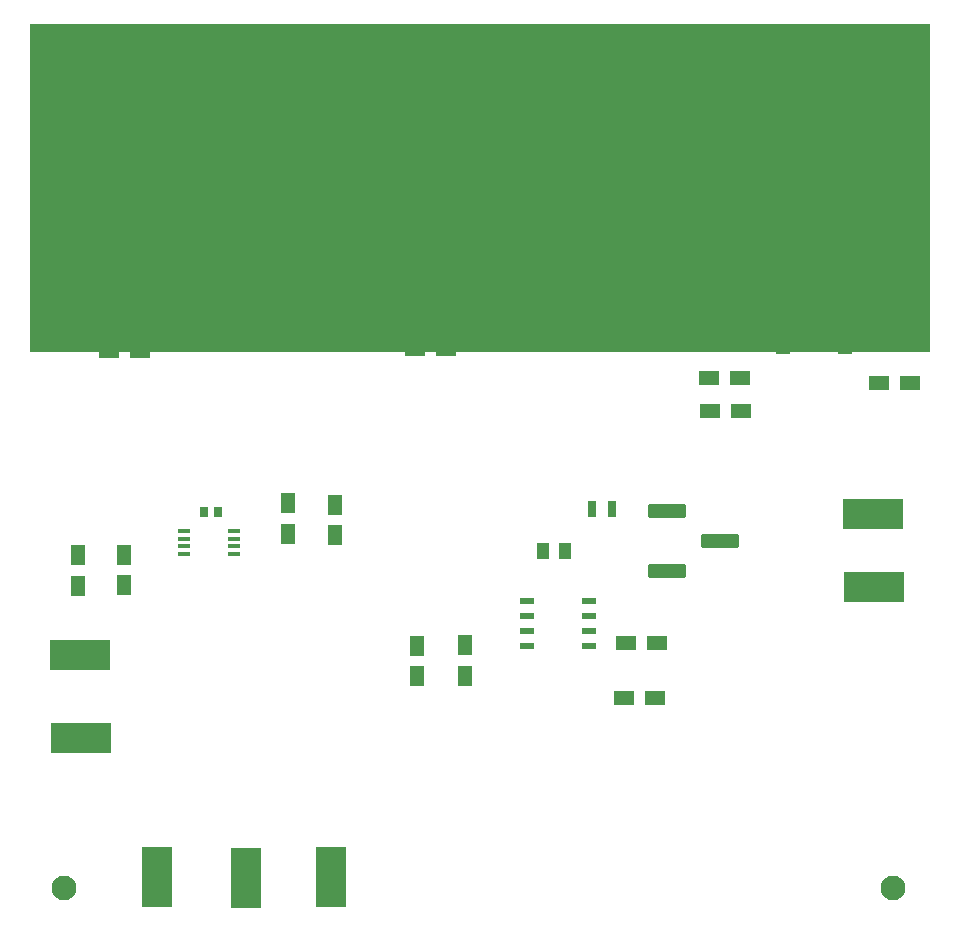
<source format=gbr>
%TF.GenerationSoftware,KiCad,Pcbnew,9.0.0*%
%TF.CreationDate,2025-05-16T17:36:55-07:00*%
%TF.ProjectId,current_measure_board,63757272-656e-4745-9f6d-656173757265,rev?*%
%TF.SameCoordinates,Original*%
%TF.FileFunction,Soldermask,Top*%
%TF.FilePolarity,Negative*%
%FSLAX46Y46*%
G04 Gerber Fmt 4.6, Leading zero omitted, Abs format (unit mm)*
G04 Created by KiCad (PCBNEW 9.0.0) date 2025-05-16 17:36:55*
%MOMM*%
%LPD*%
G01*
G04 APERTURE LIST*
G04 Aperture macros list*
%AMRoundRect*
0 Rectangle with rounded corners*
0 $1 Rounding radius*
0 $2 $3 $4 $5 $6 $7 $8 $9 X,Y pos of 4 corners*
0 Add a 4 corners polygon primitive as box body*
4,1,4,$2,$3,$4,$5,$6,$7,$8,$9,$2,$3,0*
0 Add four circle primitives for the rounded corners*
1,1,$1+$1,$2,$3*
1,1,$1+$1,$4,$5*
1,1,$1+$1,$6,$7*
1,1,$1+$1,$8,$9*
0 Add four rect primitives between the rounded corners*
20,1,$1+$1,$2,$3,$4,$5,0*
20,1,$1+$1,$4,$5,$6,$7,0*
20,1,$1+$1,$6,$7,$8,$9,0*
20,1,$1+$1,$8,$9,$2,$3,0*%
G04 Aperture macros list end*
%ADD10R,5.080000X2.540000*%
%ADD11RoundRect,0.190500X-0.444500X-1.079500X0.444500X-1.079500X0.444500X1.079500X-0.444500X1.079500X0*%
%ADD12R,1.000000X1.450000*%
%ADD13RoundRect,0.102000X0.575000X0.725000X-0.575000X0.725000X-0.575000X-0.725000X0.575000X-0.725000X0*%
%ADD14R,1.800000X1.250000*%
%ADD15R,1.470000X1.030000*%
%ADD16R,2.540000X5.080000*%
%ADD17R,1.030000X1.470000*%
%ADD18R,1.250000X1.800000*%
%ADD19RoundRect,0.102000X-1.500000X-0.500000X1.500000X-0.500000X1.500000X0.500000X-1.500000X0.500000X0*%
%ADD20R,1.450000X1.000000*%
%ADD21R,0.660400X0.889000*%
%ADD22C,2.100000*%
%ADD23R,1.092200X0.381000*%
%ADD24R,1.257300X0.482600*%
%ADD25R,0.762000X1.346200*%
%ADD26RoundRect,0.102000X0.725000X-0.575000X0.725000X0.575000X-0.725000X0.575000X-0.725000X-0.575000X0*%
G04 APERTURE END LIST*
D10*
%TO.C,TP8*%
X180900000Y-99187500D03*
%TD*%
D11*
%TO.C,TP10*%
X169150000Y-60550000D03*
%TD*%
D10*
%TO.C,TP9*%
X180950000Y-105387500D03*
%TD*%
%TO.C,TP7*%
X113850000Y-118200000D03*
%TD*%
D12*
%TO.C,R10*%
X173950000Y-75050000D03*
X172050000Y-75050000D03*
%TD*%
D13*
%TO.C,C26*%
X173900000Y-77950000D03*
X172100000Y-77950000D03*
%TD*%
D14*
%TO.C,C25*%
X167100000Y-90500000D03*
X169700000Y-90500000D03*
%TD*%
%TO.C,C24*%
X167050000Y-87650000D03*
X169650000Y-87650000D03*
%TD*%
%TO.C,C23*%
X181400000Y-88100000D03*
X184000000Y-88100000D03*
%TD*%
%TO.C,C22*%
X181400000Y-84250000D03*
X184000000Y-84250000D03*
%TD*%
D15*
%TO.C,C3*%
X125250000Y-65300000D03*
X125250000Y-63700000D03*
%TD*%
D16*
%TO.C,TP6*%
X127837500Y-130000000D03*
%TD*%
D17*
%TO.C,C5*%
X136472400Y-63022700D03*
X138072400Y-63022700D03*
%TD*%
D18*
%TO.C,C12*%
X131400000Y-100900000D03*
X131400000Y-98300000D03*
%TD*%
D19*
%TO.C,R2*%
X163462500Y-98960000D03*
X167962500Y-101500000D03*
X163462500Y-104040000D03*
%TD*%
D20*
%TO.C,R9*%
X150150000Y-67600000D03*
X150150000Y-69500000D03*
%TD*%
D14*
%TO.C,C7*%
X159850000Y-114750000D03*
X162450000Y-114750000D03*
%TD*%
D21*
%TO.C,R1*%
X124227700Y-99050000D03*
X125472300Y-99050000D03*
%TD*%
D14*
%TO.C,C14*%
X130850000Y-78000000D03*
X133450000Y-78000000D03*
%TD*%
%TO.C,C20*%
X142100000Y-80400000D03*
X144700000Y-80400000D03*
%TD*%
%TO.C,C17*%
X116200000Y-85400000D03*
X118800000Y-85400000D03*
%TD*%
D22*
%TO.C,REF\u002A\u002A*%
X112400000Y-60850000D03*
%TD*%
D14*
%TO.C,C15*%
X131000000Y-82700000D03*
X133600000Y-82700000D03*
%TD*%
D11*
%TO.C,TP4*%
X125300000Y-60250000D03*
%TD*%
D18*
%TO.C,C10*%
X113550000Y-105250000D03*
X113550000Y-102650000D03*
%TD*%
%TO.C,C13*%
X135350000Y-101000000D03*
X135350000Y-98400000D03*
%TD*%
D23*
%TO.C,U1*%
X122566400Y-100625001D03*
X122566400Y-101274999D03*
X122566400Y-101925001D03*
X122566400Y-102574999D03*
X126833600Y-102574999D03*
X126833600Y-101925001D03*
X126833600Y-101274999D03*
X126833600Y-100625001D03*
%TD*%
D10*
%TO.C,TP3*%
X113750000Y-111100000D03*
%TD*%
D14*
%TO.C,C21*%
X142150000Y-85200000D03*
X144750000Y-85200000D03*
%TD*%
D20*
%TO.C,R7*%
X156800000Y-71350000D03*
X156800000Y-69450000D03*
%TD*%
%TO.C,R8*%
X125200000Y-67800000D03*
X125200000Y-69700000D03*
%TD*%
D18*
%TO.C,C8*%
X142300000Y-112950000D03*
X142300000Y-110350000D03*
%TD*%
D16*
%TO.C,TP2*%
X120250000Y-129900000D03*
%TD*%
D24*
%TO.C,U2*%
X121577450Y-75895000D03*
X121577450Y-77165000D03*
X121577450Y-78435000D03*
X121577450Y-79705000D03*
X126822550Y-79705000D03*
X126822550Y-78435000D03*
X126822550Y-77165000D03*
X126822550Y-75895000D03*
%TD*%
D14*
%TO.C,C16*%
X116200000Y-80750000D03*
X118800000Y-80750000D03*
%TD*%
%TO.C,C19*%
X157200000Y-82000000D03*
X159800000Y-82000000D03*
%TD*%
D15*
%TO.C,C4*%
X150150000Y-65300000D03*
X150150000Y-63700000D03*
%TD*%
D12*
%TO.C,R3*%
X154850000Y-102350000D03*
X152950000Y-102350000D03*
%TD*%
D24*
%TO.C,U4*%
X148000000Y-75050000D03*
X148000000Y-76320000D03*
X148000000Y-77590000D03*
X148000000Y-78860000D03*
X153245100Y-78860000D03*
X153245100Y-77590000D03*
X153245100Y-76320000D03*
X153245100Y-75050000D03*
%TD*%
D22*
%TO.C,REF\u002A\u002A*%
X182600000Y-130900000D03*
%TD*%
%TO.C,REF\u002A\u002A*%
X112400000Y-130900000D03*
%TD*%
%TO.C,REF\u002A\u002A*%
X182600000Y-60850000D03*
%TD*%
D24*
%TO.C,U3*%
X151627450Y-106545000D03*
X151627450Y-107815000D03*
X151627450Y-109085000D03*
X151627450Y-110355000D03*
X156872550Y-110355000D03*
X156872550Y-109085000D03*
X156872550Y-107815000D03*
X156872550Y-106545000D03*
%TD*%
D16*
%TO.C,TP1*%
X135050000Y-129900000D03*
%TD*%
D18*
%TO.C,C9*%
X146350000Y-112900000D03*
X146350000Y-110300000D03*
%TD*%
D25*
%TO.C,R6*%
X157124500Y-98800000D03*
X158775500Y-98800000D03*
%TD*%
D18*
%TO.C,C11*%
X117474999Y-105225001D03*
X117474999Y-102625001D03*
%TD*%
D26*
%TO.C,C2*%
X159800000Y-71350000D03*
X159800000Y-69550000D03*
%TD*%
%TO.C,C1*%
X131600000Y-71550000D03*
X131600000Y-69750000D03*
%TD*%
D14*
%TO.C,C18*%
X157200000Y-77400000D03*
X159800000Y-77400000D03*
%TD*%
D11*
%TO.C,TP5*%
X150100000Y-60350000D03*
%TD*%
D14*
%TO.C,C6*%
X160000000Y-110100000D03*
X162600000Y-110100000D03*
%TD*%
D20*
%TO.C,R4*%
X135100000Y-71650000D03*
X135100000Y-69750000D03*
%TD*%
D24*
%TO.C,U5*%
X178522550Y-81545000D03*
X178522550Y-82815000D03*
X178522550Y-84085000D03*
X178522550Y-85355000D03*
X173277450Y-85355000D03*
X173277450Y-84085000D03*
X173277450Y-82815000D03*
X173277450Y-81545000D03*
%TD*%
G36*
X185701000Y-57749586D02*
G01*
X185701000Y-85500414D01*
X185700414Y-85501000D01*
X109549586Y-85501000D01*
X109549000Y-85500414D01*
X109549000Y-57749586D01*
X109549586Y-57749000D01*
X185700414Y-57749000D01*
X185701000Y-57749586D01*
G37*
M02*

</source>
